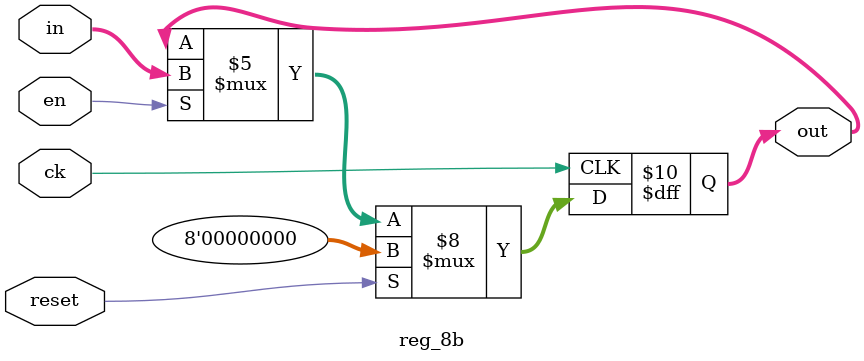
<source format=v>
`timescale 1ns / 1ps

module reg_8b(
      input en,
      input ck,
      input reset,
      input [7:0] in,
      output reg [7:0] out
    );
    
    always@(posedge ck)
    begin
    if(reset==1)
        begin
        out<=0;
        end
    else
        if(en==1)
            begin
            out<=in;
            end
        else
            begin
            out<=out;
            end

     end
    
    
    
 
endmodule

</source>
